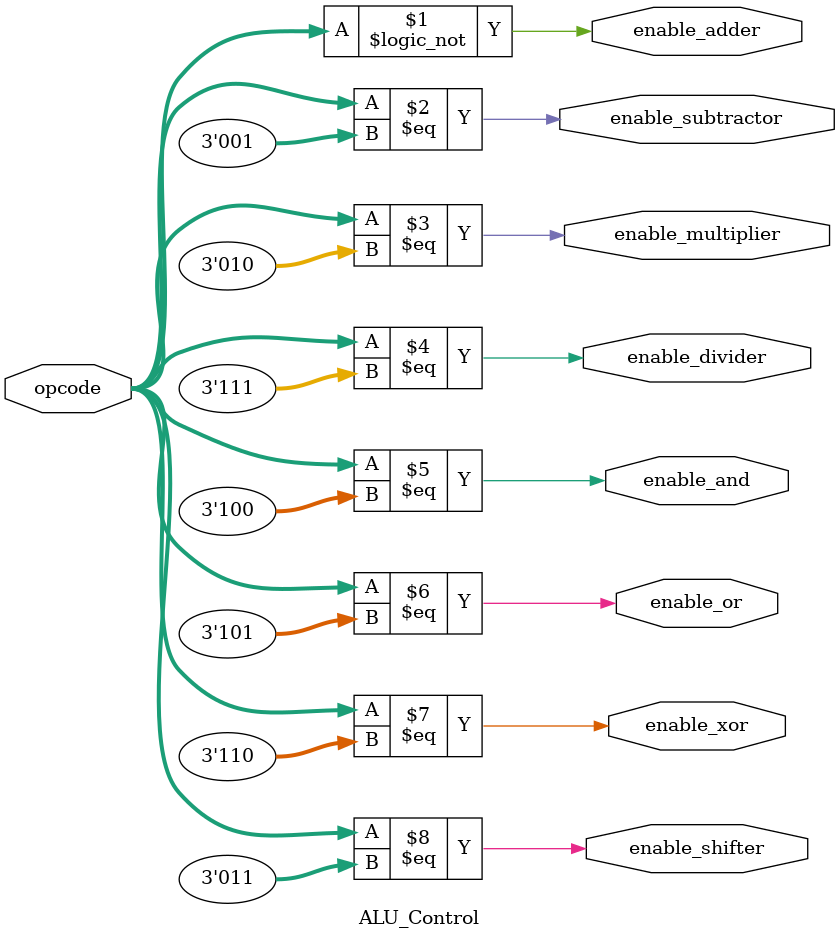
<source format=v>
module ALU_Control(
    input wire [2:0] opcode,
    output wire enable_adder,
    output wire enable_subtractor,
    output wire enable_multiplier,
    output wire enable_divider,
    output wire enable_and,
    output wire enable_or,
    output wire enable_xor,
    output wire enable_shifter
);

    // Decode the opcode to enable signals
    assign enable_adder = (opcode == 3'b000);
    assign enable_subtractor = (opcode == 3'b001);
    assign enable_multiplier = (opcode == 3'b010);
    assign enable_divider = (opcode == 3'b111);
    assign enable_and = (opcode == 3'b100);
    assign enable_or = (opcode == 3'b101);
    assign enable_xor = (opcode == 3'b110);
    assign enable_shifter = (opcode == 3'b011);

endmodule
</source>
